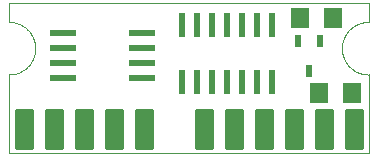
<source format=gtp>
G75*
%MOIN*%
%OFA0B0*%
%FSLAX25Y25*%
%IPPOS*%
%LPD*%
%AMOC8*
5,1,8,0,0,1.08239X$1,22.5*
%
%ADD10C,0.00000*%
%ADD11R,0.02400X0.08100*%
%ADD12R,0.08700X0.02400*%
%ADD13R,0.01969X0.03937*%
%ADD14R,0.06299X0.07087*%
%ADD15C,0.01563*%
D10*
X0033333Y0005000D02*
X0033333Y0031250D01*
X0033546Y0031253D01*
X0033759Y0031260D01*
X0033972Y0031273D01*
X0034184Y0031291D01*
X0034396Y0031315D01*
X0034607Y0031343D01*
X0034817Y0031377D01*
X0035027Y0031416D01*
X0035236Y0031459D01*
X0035443Y0031508D01*
X0035649Y0031562D01*
X0035854Y0031621D01*
X0036057Y0031685D01*
X0036259Y0031754D01*
X0036459Y0031827D01*
X0036657Y0031906D01*
X0036853Y0031989D01*
X0037047Y0032077D01*
X0037239Y0032170D01*
X0037428Y0032268D01*
X0037615Y0032370D01*
X0037800Y0032476D01*
X0037982Y0032587D01*
X0038161Y0032703D01*
X0038337Y0032822D01*
X0038511Y0032946D01*
X0038681Y0033074D01*
X0038848Y0033207D01*
X0039012Y0033343D01*
X0039172Y0033483D01*
X0039329Y0033627D01*
X0039482Y0033775D01*
X0039632Y0033927D01*
X0039778Y0034082D01*
X0039920Y0034241D01*
X0040059Y0034403D01*
X0040193Y0034568D01*
X0040323Y0034737D01*
X0040449Y0034909D01*
X0040571Y0035084D01*
X0040689Y0035261D01*
X0040802Y0035442D01*
X0040911Y0035625D01*
X0041015Y0035811D01*
X0041115Y0035999D01*
X0041210Y0036190D01*
X0041300Y0036383D01*
X0041386Y0036578D01*
X0041467Y0036775D01*
X0041543Y0036974D01*
X0041614Y0037175D01*
X0041681Y0037377D01*
X0041742Y0037581D01*
X0041798Y0037787D01*
X0041850Y0037994D01*
X0041896Y0038202D01*
X0041937Y0038411D01*
X0041974Y0038621D01*
X0042005Y0038831D01*
X0042031Y0039043D01*
X0042051Y0039255D01*
X0042067Y0039468D01*
X0042077Y0039680D01*
X0042082Y0039893D01*
X0042082Y0040107D01*
X0042077Y0040320D01*
X0042067Y0040532D01*
X0042051Y0040745D01*
X0042031Y0040957D01*
X0042005Y0041169D01*
X0041974Y0041379D01*
X0041937Y0041589D01*
X0041896Y0041798D01*
X0041850Y0042006D01*
X0041798Y0042213D01*
X0041742Y0042419D01*
X0041681Y0042623D01*
X0041614Y0042825D01*
X0041543Y0043026D01*
X0041467Y0043225D01*
X0041386Y0043422D01*
X0041300Y0043617D01*
X0041210Y0043810D01*
X0041115Y0044001D01*
X0041015Y0044189D01*
X0040911Y0044375D01*
X0040802Y0044558D01*
X0040689Y0044739D01*
X0040571Y0044916D01*
X0040449Y0045091D01*
X0040323Y0045263D01*
X0040193Y0045432D01*
X0040059Y0045597D01*
X0039920Y0045759D01*
X0039778Y0045918D01*
X0039632Y0046073D01*
X0039482Y0046225D01*
X0039329Y0046373D01*
X0039172Y0046517D01*
X0039012Y0046657D01*
X0038848Y0046793D01*
X0038681Y0046926D01*
X0038511Y0047054D01*
X0038337Y0047178D01*
X0038161Y0047297D01*
X0037982Y0047413D01*
X0037800Y0047524D01*
X0037615Y0047630D01*
X0037428Y0047732D01*
X0037239Y0047830D01*
X0037047Y0047923D01*
X0036853Y0048011D01*
X0036657Y0048094D01*
X0036459Y0048173D01*
X0036259Y0048246D01*
X0036057Y0048315D01*
X0035854Y0048379D01*
X0035649Y0048438D01*
X0035443Y0048492D01*
X0035236Y0048541D01*
X0035027Y0048584D01*
X0034817Y0048623D01*
X0034607Y0048657D01*
X0034396Y0048685D01*
X0034184Y0048709D01*
X0033972Y0048727D01*
X0033759Y0048740D01*
X0033546Y0048747D01*
X0033333Y0048750D01*
X0033333Y0054961D01*
X0153333Y0055000D01*
X0153333Y0048750D01*
X0153119Y0048754D01*
X0152905Y0048753D01*
X0152691Y0048746D01*
X0152477Y0048735D01*
X0152264Y0048718D01*
X0152051Y0048696D01*
X0151839Y0048668D01*
X0151627Y0048636D01*
X0151416Y0048598D01*
X0151207Y0048556D01*
X0150998Y0048508D01*
X0150790Y0048455D01*
X0150584Y0048397D01*
X0150380Y0048334D01*
X0150177Y0048266D01*
X0149975Y0048193D01*
X0149776Y0048115D01*
X0149578Y0048032D01*
X0149383Y0047944D01*
X0149190Y0047852D01*
X0148999Y0047755D01*
X0148811Y0047653D01*
X0148625Y0047547D01*
X0148441Y0047436D01*
X0148261Y0047321D01*
X0148083Y0047202D01*
X0147909Y0047078D01*
X0147737Y0046950D01*
X0147569Y0046818D01*
X0147404Y0046681D01*
X0147242Y0046541D01*
X0147084Y0046397D01*
X0146929Y0046249D01*
X0146778Y0046097D01*
X0146631Y0045941D01*
X0146488Y0045782D01*
X0146348Y0045620D01*
X0146213Y0045454D01*
X0146081Y0045285D01*
X0145954Y0045113D01*
X0145831Y0044937D01*
X0145713Y0044759D01*
X0145598Y0044578D01*
X0145489Y0044394D01*
X0145384Y0044208D01*
X0145283Y0044019D01*
X0145187Y0043827D01*
X0145096Y0043634D01*
X0145009Y0043438D01*
X0144928Y0043240D01*
X0144851Y0043040D01*
X0144779Y0042838D01*
X0144712Y0042635D01*
X0144650Y0042430D01*
X0144593Y0042224D01*
X0144541Y0042016D01*
X0144495Y0041807D01*
X0144453Y0041597D01*
X0144416Y0041386D01*
X0144385Y0041174D01*
X0144359Y0040962D01*
X0144338Y0040748D01*
X0144322Y0040535D01*
X0144312Y0040321D01*
X0144307Y0040107D01*
X0144307Y0039893D01*
X0144312Y0039679D01*
X0144322Y0039465D01*
X0144338Y0039252D01*
X0144359Y0039038D01*
X0144385Y0038826D01*
X0144416Y0038614D01*
X0144453Y0038403D01*
X0144495Y0038193D01*
X0144541Y0037984D01*
X0144593Y0037776D01*
X0144650Y0037570D01*
X0144712Y0037365D01*
X0144779Y0037162D01*
X0144851Y0036960D01*
X0144928Y0036760D01*
X0145009Y0036562D01*
X0145096Y0036366D01*
X0145187Y0036173D01*
X0145283Y0035981D01*
X0145384Y0035792D01*
X0145489Y0035606D01*
X0145598Y0035422D01*
X0145713Y0035241D01*
X0145831Y0035063D01*
X0145954Y0034887D01*
X0146081Y0034715D01*
X0146213Y0034546D01*
X0146348Y0034380D01*
X0146488Y0034218D01*
X0146631Y0034059D01*
X0146778Y0033903D01*
X0146929Y0033751D01*
X0147084Y0033603D01*
X0147242Y0033459D01*
X0147404Y0033319D01*
X0147569Y0033182D01*
X0147737Y0033050D01*
X0147909Y0032922D01*
X0148083Y0032798D01*
X0148261Y0032679D01*
X0148441Y0032564D01*
X0148625Y0032453D01*
X0148811Y0032347D01*
X0148999Y0032245D01*
X0149190Y0032148D01*
X0149383Y0032056D01*
X0149578Y0031968D01*
X0149776Y0031885D01*
X0149975Y0031807D01*
X0150177Y0031734D01*
X0150380Y0031666D01*
X0150584Y0031603D01*
X0150790Y0031545D01*
X0150998Y0031492D01*
X0151207Y0031444D01*
X0151416Y0031402D01*
X0151627Y0031364D01*
X0151839Y0031332D01*
X0152051Y0031304D01*
X0152264Y0031282D01*
X0152477Y0031265D01*
X0152691Y0031254D01*
X0152905Y0031247D01*
X0153119Y0031246D01*
X0153333Y0031250D01*
X0153333Y0005000D01*
X0033333Y0005000D01*
D11*
X0090833Y0028750D03*
X0095833Y0028750D03*
X0100833Y0028750D03*
X0105833Y0028750D03*
X0110833Y0028750D03*
X0115833Y0028750D03*
X0120833Y0028750D03*
X0120833Y0047650D03*
X0115833Y0047650D03*
X0110833Y0047650D03*
X0105833Y0047650D03*
X0100833Y0047650D03*
X0095833Y0047650D03*
X0090833Y0047650D03*
D12*
X0077783Y0045000D03*
X0077783Y0040000D03*
X0077783Y0035000D03*
X0077783Y0030000D03*
X0051283Y0030000D03*
X0051283Y0035000D03*
X0051283Y0040000D03*
X0051283Y0045000D03*
D13*
X0129593Y0042421D03*
X0137073Y0042421D03*
X0133333Y0032579D03*
D14*
X0136572Y0025000D03*
X0147595Y0025000D03*
X0141345Y0050000D03*
X0130322Y0050000D03*
D15*
X0130677Y0007031D02*
X0125989Y0007031D01*
X0125989Y0019219D01*
X0130677Y0019219D01*
X0130677Y0007031D01*
X0130677Y0008592D02*
X0125989Y0008592D01*
X0125989Y0010153D02*
X0130677Y0010153D01*
X0130677Y0011714D02*
X0125989Y0011714D01*
X0125989Y0013275D02*
X0130677Y0013275D01*
X0130677Y0014836D02*
X0125989Y0014836D01*
X0125989Y0016397D02*
X0130677Y0016397D01*
X0130677Y0017958D02*
X0125989Y0017958D01*
X0120677Y0007031D02*
X0115989Y0007031D01*
X0115989Y0019219D01*
X0120677Y0019219D01*
X0120677Y0007031D01*
X0120677Y0008592D02*
X0115989Y0008592D01*
X0115989Y0010153D02*
X0120677Y0010153D01*
X0120677Y0011714D02*
X0115989Y0011714D01*
X0115989Y0013275D02*
X0120677Y0013275D01*
X0120677Y0014836D02*
X0115989Y0014836D01*
X0115989Y0016397D02*
X0120677Y0016397D01*
X0120677Y0017958D02*
X0115989Y0017958D01*
X0110677Y0007031D02*
X0105989Y0007031D01*
X0105989Y0019219D01*
X0110677Y0019219D01*
X0110677Y0007031D01*
X0110677Y0008592D02*
X0105989Y0008592D01*
X0105989Y0010153D02*
X0110677Y0010153D01*
X0110677Y0011714D02*
X0105989Y0011714D01*
X0105989Y0013275D02*
X0110677Y0013275D01*
X0110677Y0014836D02*
X0105989Y0014836D01*
X0105989Y0016397D02*
X0110677Y0016397D01*
X0110677Y0017958D02*
X0105989Y0017958D01*
X0100677Y0007031D02*
X0095989Y0007031D01*
X0095989Y0019219D01*
X0100677Y0019219D01*
X0100677Y0007031D01*
X0100677Y0008592D02*
X0095989Y0008592D01*
X0095989Y0010153D02*
X0100677Y0010153D01*
X0100677Y0011714D02*
X0095989Y0011714D01*
X0095989Y0013275D02*
X0100677Y0013275D01*
X0100677Y0014836D02*
X0095989Y0014836D01*
X0095989Y0016397D02*
X0100677Y0016397D01*
X0100677Y0017958D02*
X0095989Y0017958D01*
X0080677Y0007031D02*
X0075989Y0007031D01*
X0075989Y0019219D01*
X0080677Y0019219D01*
X0080677Y0007031D01*
X0080677Y0008592D02*
X0075989Y0008592D01*
X0075989Y0010153D02*
X0080677Y0010153D01*
X0080677Y0011714D02*
X0075989Y0011714D01*
X0075989Y0013275D02*
X0080677Y0013275D01*
X0080677Y0014836D02*
X0075989Y0014836D01*
X0075989Y0016397D02*
X0080677Y0016397D01*
X0080677Y0017958D02*
X0075989Y0017958D01*
X0070677Y0007031D02*
X0065989Y0007031D01*
X0065989Y0019219D01*
X0070677Y0019219D01*
X0070677Y0007031D01*
X0070677Y0008592D02*
X0065989Y0008592D01*
X0065989Y0010153D02*
X0070677Y0010153D01*
X0070677Y0011714D02*
X0065989Y0011714D01*
X0065989Y0013275D02*
X0070677Y0013275D01*
X0070677Y0014836D02*
X0065989Y0014836D01*
X0065989Y0016397D02*
X0070677Y0016397D01*
X0070677Y0017958D02*
X0065989Y0017958D01*
X0060677Y0007031D02*
X0055989Y0007031D01*
X0055989Y0019219D01*
X0060677Y0019219D01*
X0060677Y0007031D01*
X0060677Y0008592D02*
X0055989Y0008592D01*
X0055989Y0010153D02*
X0060677Y0010153D01*
X0060677Y0011714D02*
X0055989Y0011714D01*
X0055989Y0013275D02*
X0060677Y0013275D01*
X0060677Y0014836D02*
X0055989Y0014836D01*
X0055989Y0016397D02*
X0060677Y0016397D01*
X0060677Y0017958D02*
X0055989Y0017958D01*
X0050677Y0007031D02*
X0045989Y0007031D01*
X0045989Y0019219D01*
X0050677Y0019219D01*
X0050677Y0007031D01*
X0050677Y0008592D02*
X0045989Y0008592D01*
X0045989Y0010153D02*
X0050677Y0010153D01*
X0050677Y0011714D02*
X0045989Y0011714D01*
X0045989Y0013275D02*
X0050677Y0013275D01*
X0050677Y0014836D02*
X0045989Y0014836D01*
X0045989Y0016397D02*
X0050677Y0016397D01*
X0050677Y0017958D02*
X0045989Y0017958D01*
X0040677Y0007031D02*
X0035989Y0007031D01*
X0035989Y0019219D01*
X0040677Y0019219D01*
X0040677Y0007031D01*
X0040677Y0008592D02*
X0035989Y0008592D01*
X0035989Y0010153D02*
X0040677Y0010153D01*
X0040677Y0011714D02*
X0035989Y0011714D01*
X0035989Y0013275D02*
X0040677Y0013275D01*
X0040677Y0014836D02*
X0035989Y0014836D01*
X0035989Y0016397D02*
X0040677Y0016397D01*
X0040677Y0017958D02*
X0035989Y0017958D01*
X0135989Y0007031D02*
X0140677Y0007031D01*
X0135989Y0007031D02*
X0135989Y0019219D01*
X0140677Y0019219D01*
X0140677Y0007031D01*
X0140677Y0008592D02*
X0135989Y0008592D01*
X0135989Y0010153D02*
X0140677Y0010153D01*
X0140677Y0011714D02*
X0135989Y0011714D01*
X0135989Y0013275D02*
X0140677Y0013275D01*
X0140677Y0014836D02*
X0135989Y0014836D01*
X0135989Y0016397D02*
X0140677Y0016397D01*
X0140677Y0017958D02*
X0135989Y0017958D01*
X0145989Y0007031D02*
X0150677Y0007031D01*
X0145989Y0007031D02*
X0145989Y0019219D01*
X0150677Y0019219D01*
X0150677Y0007031D01*
X0150677Y0008592D02*
X0145989Y0008592D01*
X0145989Y0010153D02*
X0150677Y0010153D01*
X0150677Y0011714D02*
X0145989Y0011714D01*
X0145989Y0013275D02*
X0150677Y0013275D01*
X0150677Y0014836D02*
X0145989Y0014836D01*
X0145989Y0016397D02*
X0150677Y0016397D01*
X0150677Y0017958D02*
X0145989Y0017958D01*
M02*

</source>
